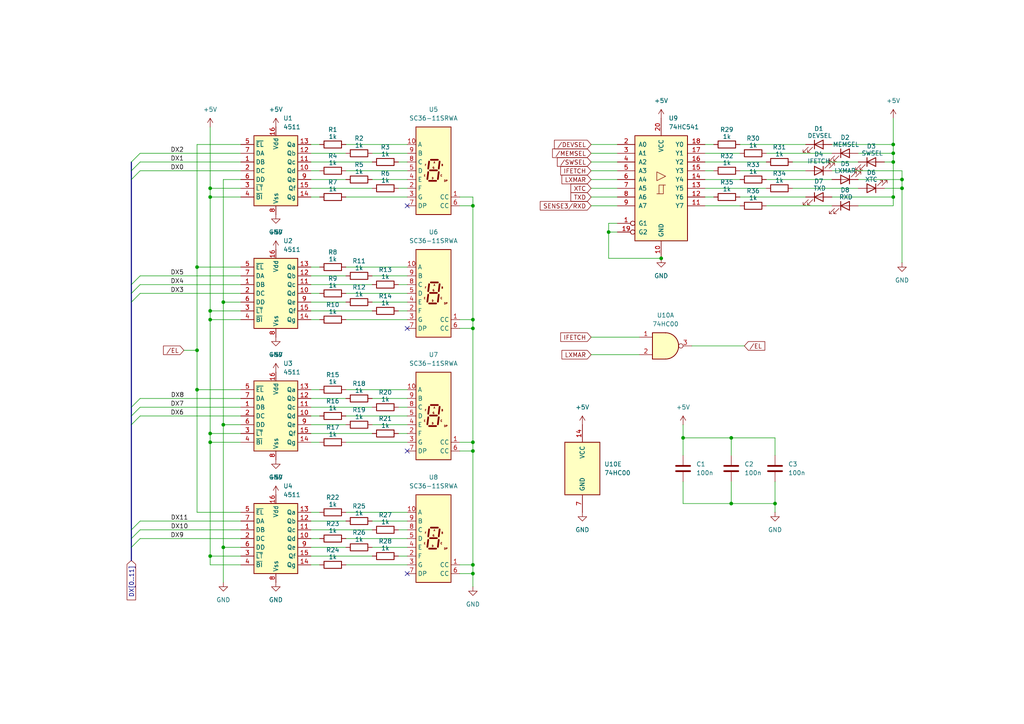
<source format=kicad_sch>
(kicad_sch (version 20250114) (generator "eeschema") (generator_version "9.0")
  (paper "A4")
  (title_block (title "IM6100 HID") (comment 1 "Display components"))
  (lib_symbols
    (symbol "4xxx_IEEE:4511"
      (property "Reference" "U" (at 8.89 11.43 0))
      (property "Value" "4511" (at 8.89 -11.43 0))
      (symbol "4511_0_1"
        (rectangle (start -6.35 10.16) (end 6.35 -10.16) (stroke (width 0.254)) (fill (type background)))
      )
      (symbol "4511_1_1"
        (pin input line (at -10.16 7.62 0) (length 3.81) (name "~{EL}") (number "5"))
        (pin input line (at -10.16 5.08 0) (length 3.81) (name "DA") (number "7"))
        (pin input line (at -10.16 2.54 0) (length 3.81) (name "DB") (number "1"))
        (pin input line (at -10.16 0 0) (length 3.81) (name "DC") (number "2"))
        (pin input line (at -10.16 -2.54 0) (length 3.81) (name "DD") (number "6"))
        (pin input line (at -10.16 -5.08 0) (length 3.81) (name "~{LT}") (number "3"))
        (pin input line (at -10.16 -7.62 0) (length 3.81) (name "~{BI}") (number "4"))
        (pin power_in line (at 0 12.7 270) (length 2.54) (name "Vdd") (number "16"))
        (pin power_in line (at 0 -12.7 90) (length 2.54) (name "Vss") (number "8"))
        (pin output line (at 10.16 7.62 180) (length 3.81) (name "Qa") (number "13"))
        (pin output line (at 10.16 5.08 180) (length 3.81) (name "Qb") (number "12"))
        (pin output line (at 10.16 2.54 180) (length 3.81) (name "Qc") (number "11"))
        (pin output line (at 10.16 0 180) (length 3.81) (name "Qd") (number "10"))
        (pin output line (at 10.16 -2.54 180) (length 3.81) (name "Qe") (number "9"))
        (pin output line (at 10.16 -5.08 180) (length 3.81) (name "Qf") (number "15"))
        (pin output line (at 10.16 -7.62 180) (length 3.81) (name "Qg") (number "14"))
      )
    )
    (symbol "74xx:74HC00" (pin_names (offset 1.016))
      (property "Reference" "U" (at 0 1.27 0))
      (property "Value" "74HC00" (at 0 -1.27 0))
      (symbol "74HC00_1_1"
        (arc (start 0 3.81) (mid 3.7934 0) (end 0 -3.81) (stroke (width 0.254)) (fill (type background)))
        (polyline (pts (xy 0 3.81) (xy -3.81 3.81) (xy -3.81 -3.81) (xy 0 -3.81)) (stroke (width 0.254)) (fill (type background)))
        (pin input line (at -7.62 2.54 0) (length 3.81) (name "~") (number "1"))
        (pin input line (at -7.62 -2.54 0) (length 3.81) (name "~") (number "2"))
        (pin output inverted (at 7.62 0 180) (length 3.81) (name "~") (number "3"))
      )
      (symbol "74HC00_1_2"
        (arc (start -3.81 3.81) (mid -2.589 0) (end -3.81 -3.81) (stroke (width 0.254)))
        (polyline (pts (xy -3.81 3.81) (xy -0.635 3.81)) (stroke (width 0.254)) (fill (type background)))
        (polyline (pts (xy -3.81 -3.81) (xy -0.635 -3.81)) (stroke (width 0.254)) (fill (type background)))
        (arc (start 3.81 0) (mid 2.1855 -2.584) (end -0.6096 -3.81) (stroke (width 0.254)) (fill (type background)))
        (arc (start -0.6096 3.81) (mid 2.1928 2.5924) (end 3.81 0) (stroke (width 0.254)) (fill (type background)))
        (polyline (pts (xy -0.635 3.81) (xy -3.81 3.81) (xy -3.81 3.81) (xy -3.556 3.4036) (xy -3.0226 2.2606) (xy -2.6924 1.0414) (xy -2.6162 -0.254) (xy -2.7686 -1.4986) (xy -3.175 -2.7178) (xy -3.81 -3.81) (xy -3.81 -3.81) (xy -0.635 -3.81)) (stroke (width -25.4)) (fill (type background)))
        (pin input inverted (at -7.62 2.54 0) (length 4.318) (name "~") (number "1"))
        (pin input inverted (at -7.62 -2.54 0) (length 4.318) (name "~") (number "2"))
        (pin output line (at 7.62 0 180) (length 3.81) (name "~") (number "3"))
      )
      (symbol "74HC00_2_1"
        (arc (start 0 3.81) (mid 3.7934 0) (end 0 -3.81) (stroke (width 0.254)) (fill (type background)))
        (polyline (pts (xy 0 3.81) (xy -3.81 3.81) (xy -3.81 -3.81) (xy 0 -3.81)) (stroke (width 0.254)) (fill (type background)))
        (pin input line (at -7.62 2.54 0) (length 3.81) (name "~") (number "4"))
        (pin input line (at -7.62 -2.54 0) (length 3.81) (name "~") (number "5"))
        (pin output inverted (at 7.62 0 180) (length 3.81) (name "~") (number "6"))
      )
      (symbol "74HC00_2_2"
        (arc (start -3.81 3.81) (mid -2.589 0) (end -3.81 -3.81) (stroke (width 0.254)))
        (polyline (pts (xy -3.81 3.81) (xy -0.635 3.81)) (stroke (width 0.254)) (fill (type background)))
        (polyline (pts (xy -3.81 -3.81) (xy -0.635 -3.81)) (stroke (width 0.254)) (fill (type background)))
        (arc (start 3.81 0) (mid 2.1855 -2.584) (end -0.6096 -3.81) (stroke (width 0.254)) (fill (type background)))
        (arc (start -0.6096 3.81) (mid 2.1928 2.5924) (end 3.81 0) (stroke (width 0.254)) (fill (type background)))
        (polyline (pts (xy -0.635 3.81) (xy -3.81 3.81) (xy -3.81 3.81) (xy -3.556 3.4036) (xy -3.0226 2.2606) (xy -2.6924 1.0414) (xy -2.6162 -0.254) (xy -2.7686 -1.4986) (xy -3.175 -2.7178) (xy -3.81 -3.81) (xy -3.81 -3.81) (xy -0.635 -3.81)) (stroke (width -25.4)) (fill (type background)))
        (pin input inverted (at -7.62 2.54 0) (length 4.318) (name "~") (number "4"))
        (pin input inverted (at -7.62 -2.54 0) (length 4.318) (name "~") (number "5"))
        (pin output line (at 7.62 0 180) (length 3.81) (name "~") (number "6"))
      )
      (symbol "74HC00_3_1"
        (arc (start 0 3.81) (mid 3.7934 0) (end 0 -3.81) (stroke (width 0.254)) (fill (type background)))
        (polyline (pts (xy 0 3.81) (xy -3.81 3.81) (xy -3.81 -3.81) (xy 0 -3.81)) (stroke (width 0.254)) (fill (type background)))
        (pin input line (at -7.62 2.54 0) (length 3.81) (name "~") (number "9"))
        (pin input line (at -7.62 -2.54 0) (length 3.81) (name "~") (number "10"))
        (pin output inverted (at 7.62 0 180) (length 3.81) (name "~") (number "8"))
      )
      (symbol "74HC00_3_2"
        (arc (start -3.81 3.81) (mid -2.589 0) (end -3.81 -3.81) (stroke (width 0.254)))
        (polyline (pts (xy -3.81 3.81) (xy -0.635 3.81)) (stroke (width 0.254)) (fill (type background)))
        (polyline (pts (xy -3.81 -3.81) (xy -0.635 -3.81)) (stroke (width 0.254)) (fill (type background)))
        (arc (start 3.81 0) (mid 2.1855 -2.584) (end -0.6096 -3.81) (stroke (width 0.254)) (fill (type background)))
        (arc (start -0.6096 3.81) (mid 2.1928 2.5924) (end 3.81 0) (stroke (width 0.254)) (fill (type background)))
        (polyline (pts (xy -0.635 3.81) (xy -3.81 3.81) (xy -3.81 3.81) (xy -3.556 3.4036) (xy -3.0226 2.2606) (xy -2.6924 1.0414) (xy -2.6162 -0.254) (xy -2.7686 -1.4986) (xy -3.175 -2.7178) (xy -3.81 -3.81) (xy -3.81 -3.81) (xy -0.635 -3.81)) (stroke (width -25.4)) (fill (type background)))
        (pin input inverted (at -7.62 2.54 0) (length 4.318) (name "~") (number "9"))
        (pin input inverted (at -7.62 -2.54 0) (length 4.318) (name "~") (number "10"))
        (pin output line (at 7.62 0 180) (length 3.81) (name "~") (number "8"))
      )
      (symbol "74HC00_4_1"
        (arc (start 0 3.81) (mid 3.7934 0) (end 0 -3.81) (stroke (width 0.254)) (fill (type background)))
        (polyline (pts (xy 0 3.81) (xy -3.81 3.81) (xy -3.81 -3.81) (xy 0 -3.81)) (stroke (width 0.254)) (fill (type background)))
        (pin input line (at -7.62 2.54 0) (length 3.81) (name "~") (number "12"))
        (pin input line (at -7.62 -2.54 0) (length 3.81) (name "~") (number "13"))
        (pin output inverted (at 7.62 0 180) (length 3.81) (name "~") (number "11"))
      )
      (symbol "74HC00_4_2"
        (arc (start -3.81 3.81) (mid -2.589 0) (end -3.81 -3.81) (stroke (width 0.254)))
        (polyline (pts (xy -3.81 3.81) (xy -0.635 3.81)) (stroke (width 0.254)) (fill (type background)))
        (polyline (pts (xy -3.81 -3.81) (xy -0.635 -3.81)) (stroke (width 0.254)) (fill (type background)))
        (arc (start 3.81 0) (mid 2.1855 -2.584) (end -0.6096 -3.81) (stroke (width 0.254)) (fill (type background)))
        (arc (start -0.6096 3.81) (mid 2.1928 2.5924) (end 3.81 0) (stroke (width 0.254)) (fill (type background)))
        (polyline (pts (xy -0.635 3.81) (xy -3.81 3.81) (xy -3.81 3.81) (xy -3.556 3.4036) (xy -3.0226 2.2606) (xy -2.6924 1.0414) (xy -2.6162 -0.254) (xy -2.7686 -1.4986) (xy -3.175 -2.7178) (xy -3.81 -3.81) (xy -3.81 -3.81) (xy -0.635 -3.81)) (stroke (width -25.4)) (fill (type background)))
        (pin input inverted (at -7.62 2.54 0) (length 4.318) (name "~") (number "12"))
        (pin input inverted (at -7.62 -2.54 0) (length 4.318) (name "~") (number "13"))
        (pin output line (at 7.62 0 180) (length 3.81) (name "~") (number "11"))
      )
      (symbol "74HC00_5_0"
        (pin power_in line (at 0 12.7 270) (length 5.08) (name "VCC") (number "14"))
        (pin power_in line (at 0 -12.7 90) (length 5.08) (name "GND") (number "7"))
      )
      (symbol "74HC00_5_1"
        (rectangle (start -5.08 7.62) (end 5.08 -7.62) (stroke (width 0.254)) (fill (type background)))
      )
    )
    (symbol "74xx:74HCT541" (pin_names (offset 1.016))
      (property "Reference" "U" (at -7.62 16.51 0))
      (property "Value" "74HCT541" (at -7.62 -16.51 0))
      (symbol "74HCT541_1_0"
        (polyline (pts (xy -1.27 -1.6002) (xy 0.635 -1.6002) (xy 0.635 0.9398) (xy 1.27 0.9398)))
        (polyline (pts (xy -0.635 -1.6002) (xy -0.635 0.9398) (xy 0.635 0.9398)))
        (polyline (pts (xy 1.27 3.4798) (xy -1.27 4.7498) (xy -1.27 2.2098) (xy 1.27 3.4798)) (stroke (width 0.1524)))
        (pin input line (at -12.7 12.7 0) (length 5.08) (name "A0") (number "2"))
        (pin input line (at -12.7 10.16 0) (length 5.08) (name "A1") (number "3"))
        (pin input line (at -12.7 7.62 0) (length 5.08) (name "A2") (number "4"))
        (pin input line (at -12.7 5.08 0) (length 5.08) (name "A3") (number "5"))
        (pin input line (at -12.7 2.54 0) (length 5.08) (name "A4") (number "6"))
        (pin input line (at -12.7 0 0) (length 5.08) (name "A5") (number "7"))
        (pin input line (at -12.7 -2.54 0) (length 5.08) (name "A6") (number "8"))
        (pin input line (at -12.7 -5.08 0) (length 5.08) (name "A7") (number "9"))
        (pin input inverted (at -12.7 -10.16 0) (length 5.08) (name "G1") (number "1"))
        (pin input inverted (at -12.7 -12.7 0) (length 5.08) (name "G2") (number "19"))
        (pin power_in line (at 0 20.32 270) (length 5.08) (name "VCC") (number "20"))
        (pin power_in line (at 0 -20.32 90) (length 5.08) (name "GND") (number "10"))
        (pin tri_state line (at 12.7 12.7 180) (length 5.08) (name "Y0") (number "18"))
        (pin tri_state line (at 12.7 10.16 180) (length 5.08) (name "Y1") (number "17"))
        (pin tri_state line (at 12.7 7.62 180) (length 5.08) (name "Y2") (number "16"))
        (pin tri_state line (at 12.7 5.08 180) (length 5.08) (name "Y3") (number "15"))
        (pin tri_state line (at 12.7 2.54 180) (length 5.08) (name "Y4") (number "14"))
        (pin tri_state line (at 12.7 0 180) (length 5.08) (name "Y5") (number "13"))
        (pin tri_state line (at 12.7 -2.54 180) (length 5.08) (name "Y6") (number "12"))
        (pin tri_state line (at 12.7 -5.08 180) (length 5.08) (name "Y7") (number "11"))
      )
      (symbol "74HCT541_1_1"
        (rectangle (start -7.62 15.24) (end 7.62 -15.24) (stroke (width 0.254)) (fill (type background)))
      )
    )
    (symbol "Device:C" (pin_numbers (hide yes)) (pin_names (offset 0.254))
      (property "Reference" "C" (at 0.635 2.54 0))
      (property "Value" "C" (at 0.635 -2.54 0))
      (symbol "C_0_1"
        (polyline (pts (xy -2.032 0.762) (xy 2.032 0.762)) (stroke (width 0.508)))
        (polyline (pts (xy -2.032 -0.762) (xy 2.032 -0.762)) (stroke (width 0.508)))
      )
      (symbol "C_1_1"
        (pin passive line (at 0 3.81 270) (length 2.794) (name "~") (number "1"))
        (pin passive line (at 0 -3.81 90) (length 2.794) (name "~") (number "2"))
      )
    )
    (symbol "Device:LED" (pin_numbers (hide yes)) (pin_names (offset 1.016) (hide yes))
      (property "Reference" "D" (at 0 2.54 0))
      (property "Value" "LED" (at 0 -2.54 0))
      (symbol "LED_0_1"
        (polyline (pts (xy -3.048 -0.762) (xy -4.572 -2.286) (xy -3.81 -2.286) (xy -4.572 -2.286) (xy -4.572 -1.524)))
        (polyline (pts (xy -1.778 -0.762) (xy -3.302 -2.286) (xy -2.54 -2.286) (xy -3.302 -2.286) (xy -3.302 -1.524)))
        (polyline (pts (xy -1.27 0) (xy 1.27 0)))
        (polyline (pts (xy -1.27 -1.27) (xy -1.27 1.27)) (stroke (width 0.254)))
        (polyline (pts (xy 1.27 -1.27) (xy 1.27 1.27) (xy -1.27 0) (xy 1.27 -1.27)) (stroke (width 0.254)))
      )
      (symbol "LED_1_1"
        (pin passive line (at -3.81 0 0) (length 2.54) (name "K") (number "1"))
        (pin passive line (at 3.81 0 180) (length 2.54) (name "A") (number "2"))
      )
    )
    (symbol "Device:R" (pin_numbers (hide yes)) (pin_names (offset 0))
      (property "Reference" "R" (at 2.032 0 90))
      (property "Value" "R" (at 0 0 90))
      (symbol "R_0_1"
        (rectangle (start -1.016 -2.54) (end 1.016 2.54) (stroke (width 0.254)))
      )
      (symbol "R_1_1"
        (pin passive line (at 0 3.81 270) (length 1.27) (name "~") (number "1"))
        (pin passive line (at 0 -3.81 90) (length 1.27) (name "~") (number "2"))
      )
    )
    (symbol "Display_Character:HDSP-7503"
      (property "Reference" "U" (at -3.81 13.97 0))
      (property "Value" "HDSP-7503" (at 6.35 13.97 0))
      (symbol "HDSP-7503_1_0"
        (text "E" (at -2.54 -1.397 0) (effects (font (size 0.508 0.508))))
        (text "F" (at -2.286 1.651 0) (effects (font (size 0.508 0.508))))
        (text "D" (at -0.254 -2.159 0) (effects (font (size 0.508 0.508))))
        (text "G" (at 0 0.889 0) (effects (font (size 0.508 0.508))))
        (text "A" (at 0.254 2.413 0) (effects (font (size 0.508 0.508))))
        (text "C" (at 2.286 -1.397 0) (effects (font (size 0.508 0.508))))
        (text "B" (at 2.54 1.651 0) (effects (font (size 0.508 0.508))))
        (text "DP" (at 3.556 -2.921 0) (effects (font (size 0.508 0.508))))
      )
      (symbol "HDSP-7503_1_1"
        (rectangle (start -5.08 12.7) (end 5.08 -12.7) (stroke (width 0.254)) (fill (type background)))
        (polyline (pts (xy -1.524 -0.381) (xy -1.778 -2.413)) (stroke (width 0.508)))
        (polyline (pts (xy -1.27 2.667) (xy -1.524 0.635)) (stroke (width 0.508)))
        (polyline (pts (xy -1.27 -2.921) (xy 0.762 -2.921)) (stroke (width 0.508)))
        (polyline (pts (xy -1.016 0.127) (xy 1.016 0.127)) (stroke (width 0.508)))
        (polyline (pts (xy -0.762 3.175) (xy 1.27 3.175)) (stroke (width 0.508)))
        (polyline (pts (xy 1.524 -0.381) (xy 1.27 -2.413)) (stroke (width 0.508)))
        (polyline (pts (xy 1.778 2.667) (xy 1.524 0.635)) (stroke (width 0.508)))
        (polyline (pts (xy 2.54 -2.921) (xy 2.54 -2.921)) (stroke (width 0.508)))
        (pin input line (at -7.62 7.62 0) (length 2.54) (name "A") (number "10"))
        (pin input line (at -7.62 5.08 0) (length 2.54) (name "B") (number "9"))
        (pin input line (at -7.62 2.54 0) (length 2.54) (name "C") (number "8"))
        (pin input line (at -7.62 0 0) (length 2.54) (name "D") (number "5"))
        (pin input line (at -7.62 -2.54 0) (length 2.54) (name "E") (number "4"))
        (pin input line (at -7.62 -5.08 0) (length 2.54) (name "F") (number "2"))
        (pin input line (at -7.62 -7.62 0) (length 2.54) (name "G") (number "3"))
        (pin input line (at -7.62 -10.16 0) (length 2.54) (name "DP") (number "7"))
        (pin input line (at 7.62 -7.62 180) (length 2.54) (name "CC") (number "1"))
        (pin input line (at 7.62 -10.16 180) (length 2.54) (name "CC") (number "6"))
      )
    )
    (symbol "power:+5V" (power) (pin_numbers (hide yes)) (pin_names (offset 0) (hide yes))
      (property "Value" "+5V" (at 0 3.556 0))
      (symbol "+5V_0_1"
        (polyline (pts (xy -0.762 1.27) (xy 0 2.54)))
        (polyline (pts (xy 0 2.54) (xy 0.762 1.27)))
        (polyline (pts (xy 0 0) (xy 0 2.54)))
      )
      (symbol "+5V_1_1"
        (pin power_in line (at 0 0 90) (length 0) (name "~") (number "1"))
      )
    )
    (symbol "power:GND" (power) (pin_numbers (hide yes)) (pin_names (offset 0) (hide yes))
      (property "Value" "GND" (at 0 -3.81 0))
      (symbol "GND_0_1"
        (polyline (pts (xy 0 0) (xy 0 -1.27) (xy 1.27 -1.27) (xy 0 -2.54) (xy -1.27 -1.27) (xy 0 -1.27)))
      )
      (symbol "GND_1_1"
        (pin power_in line (at 0 0 270) (length 0) (name "~") (number "1"))
      )
    )
  )
  (junction (at 212.09 127))
  (junction (at 176.53 67.31))
  (junction (at 60.96 125.73))
  (junction (at 259.08 46.99))
  (junction (at 198.12 127))
  (junction (at 60.96 128.27))
  (junction (at 57.15 101.6))
  (junction (at 137.16 95.25))
  (junction (at 212.09 146.05))
  (junction (at 191.77 74.93))
  (junction (at 224.79 146.05))
  (junction (at 64.77 87.63))
  (junction (at 60.96 57.15))
  (junction (at 137.16 166.37))
  (junction (at 60.96 54.61))
  (junction (at 137.16 163.83))
  (junction (at 137.16 92.71))
  (junction (at 57.15 77.47))
  (junction (at 57.15 113.03))
  (junction (at 64.77 123.19))
  (junction (at 259.08 44.45))
  (junction (at 60.96 90.17))
  (junction (at 261.62 54.61))
  (junction (at 259.08 57.15))
  (junction (at 261.62 52.07))
  (junction (at 64.77 158.75))
  (junction (at 259.08 41.91))
  (junction (at 137.16 128.27))
  (junction (at 60.96 92.71))
  (junction (at 60.96 161.29))
  (junction (at 137.16 130.81))
  (junction (at 137.16 59.69))
  (no_connect (at 118.11 95.25))
  (no_connect (at 118.11 166.37))
  (no_connect (at 118.11 59.69))
  (no_connect (at 118.11 130.81))
  (bus_entry (at 38.1 123.19) (size 2.54 -2.54))
  (bus_entry (at 38.1 153.67) (size 2.54 -2.54))
  (bus_entry (at 38.1 118.11) (size 2.54 -2.54))
  (bus_entry (at 38.1 87.63) (size 2.54 -2.54))
  (bus_entry (at 38.1 49.53) (size 2.54 -2.54))
  (bus_entry (at 38.1 120.65) (size 2.54 -2.54))
  (bus_entry (at 38.1 158.75) (size 2.54 -2.54))
  (bus_entry (at 38.1 46.99) (size 2.54 -2.54))
  (bus_entry (at 38.1 82.55) (size 2.54 -2.54))
  (bus_entry (at 38.1 52.07) (size 2.54 -2.54))
  (bus_entry (at 38.1 156.21) (size 2.54 -2.54))
  (bus_entry (at 38.1 85.09) (size 2.54 -2.54))
  (wire (pts (xy 60.96 57.15) (xy 60.96 90.17)))
  (wire (pts (xy 204.47 59.69) (xy 214.63 59.69)))
  (wire (pts (xy 90.17 41.91) (xy 92.71 41.91)))
  (wire (pts (xy 133.35 163.83) (xy 137.16 163.83)))
  (wire (pts (xy 107.95 115.57) (xy 118.11 115.57)))
  (wire (pts (xy 137.16 130.81) (xy 137.16 128.27)))
  (bus (pts (xy 38.1 87.63) (xy 38.1 118.11)))
  (wire (pts (xy 60.96 92.71) (xy 60.96 125.73)))
  (wire (pts (xy 107.95 151.13) (xy 118.11 151.13)))
  (wire (pts (xy 57.15 101.6) (xy 57.15 113.03)))
  (wire (pts (xy 115.57 125.73) (xy 118.11 125.73)))
  (wire (pts (xy 90.17 125.73) (xy 107.95 125.73)))
  (wire (pts (xy 60.96 90.17) (xy 69.85 90.17)))
  (wire (pts (xy 57.15 113.03) (xy 69.85 113.03)))
  (wire (pts (xy 64.77 158.75) (xy 64.77 123.19)))
  (wire (pts (xy 90.17 163.83) (xy 92.71 163.83)))
  (wire (pts (xy 100.33 163.83) (xy 118.11 163.83)))
  (wire (pts (xy 90.17 115.57) (xy 100.33 115.57)))
  (wire (pts (xy 90.17 113.03) (xy 92.71 113.03)))
  (wire (pts (xy 241.3 41.91) (xy 259.08 41.91)))
  (wire (pts (xy 100.33 57.15) (xy 118.11 57.15)))
  (bus (pts (xy 38.1 123.19) (xy 38.1 153.67)))
  (wire (pts (xy 171.45 49.53) (xy 179.07 49.53)))
  (bus (pts (xy 38.1 46.99) (xy 38.1 49.53)))
  (wire (pts (xy 40.64 80.01) (xy 69.85 80.01)))
  (wire (pts (xy 115.57 118.11) (xy 118.11 118.11)))
  (wire (pts (xy 214.63 57.15) (xy 233.68 57.15)))
  (wire (pts (xy 90.17 77.47) (xy 92.71 77.47)))
  (wire (pts (xy 90.17 80.01) (xy 100.33 80.01)))
  (wire (pts (xy 90.17 153.67) (xy 107.95 153.67)))
  (wire (pts (xy 90.17 120.65) (xy 92.71 120.65)))
  (wire (pts (xy 90.17 90.17) (xy 107.95 90.17)))
  (wire (pts (xy 204.47 57.15) (xy 207.01 57.15)))
  (wire (pts (xy 64.77 87.63) (xy 64.77 52.07)))
  (wire (pts (xy 60.96 161.29) (xy 69.85 161.29)))
  (wire (pts (xy 212.09 127) (xy 224.79 127)))
  (wire (pts (xy 115.57 82.55) (xy 118.11 82.55)))
  (wire (pts (xy 40.64 153.67) (xy 69.85 153.67)))
  (wire (pts (xy 90.17 82.55) (xy 107.95 82.55)))
  (wire (pts (xy 259.08 34.29) (xy 259.08 41.91)))
  (wire (pts (xy 57.15 77.47) (xy 57.15 101.6)))
  (wire (pts (xy 176.53 67.31) (xy 176.53 64.77)))
  (wire (pts (xy 90.17 52.07) (xy 100.33 52.07)))
  (wire (pts (xy 40.64 156.21) (xy 69.85 156.21)))
  (wire (pts (xy 137.16 59.69) (xy 137.16 57.15)))
  (wire (pts (xy 171.45 97.79) (xy 185.42 97.79)))
  (wire (pts (xy 100.33 49.53) (xy 118.11 49.53)))
  (wire (pts (xy 40.64 85.09) (xy 69.85 85.09)))
  (wire (pts (xy 115.57 54.61) (xy 118.11 54.61)))
  (wire (pts (xy 115.57 161.29) (xy 118.11 161.29)))
  (wire (pts (xy 241.3 57.15) (xy 259.08 57.15)))
  (wire (pts (xy 137.16 166.37) (xy 137.16 163.83)))
  (wire (pts (xy 171.45 44.45) (xy 179.07 44.45)))
  (wire (pts (xy 60.96 125.73) (xy 69.85 125.73)))
  (wire (pts (xy 137.16 95.25) (xy 137.16 92.71)))
  (wire (pts (xy 40.64 44.45) (xy 69.85 44.45)))
  (wire (pts (xy 40.64 49.53) (xy 69.85 49.53)))
  (wire (pts (xy 107.95 158.75) (xy 118.11 158.75)))
  (wire (pts (xy 204.47 54.61) (xy 222.25 54.61)))
  (wire (pts (xy 259.08 41.91) (xy 259.08 44.45)))
  (wire (pts (xy 90.17 156.21) (xy 92.71 156.21)))
  (wire (pts (xy 60.96 54.61) (xy 60.96 57.15)))
  (wire (pts (xy 229.87 54.61) (xy 248.92 54.61)))
  (wire (pts (xy 100.33 113.03) (xy 118.11 113.03)))
  (wire (pts (xy 90.17 57.15) (xy 92.71 57.15)))
  (wire (pts (xy 90.17 128.27) (xy 92.71 128.27)))
  (wire (pts (xy 100.33 128.27) (xy 118.11 128.27)))
  (wire (pts (xy 204.47 49.53) (xy 207.01 49.53)))
  (wire (pts (xy 259.08 59.69) (xy 248.92 59.69)))
  (wire (pts (xy 40.64 115.57) (xy 69.85 115.57)))
  (wire (pts (xy 100.33 77.47) (xy 118.11 77.47)))
  (wire (pts (xy 100.33 85.09) (xy 118.11 85.09)))
  (wire (pts (xy 90.17 92.71) (xy 92.71 92.71)))
  (wire (pts (xy 204.47 41.91) (xy 207.01 41.91)))
  (wire (pts (xy 40.64 120.65) (xy 69.85 120.65)))
  (wire (pts (xy 200.66 100.33) (xy 215.9 100.33)))
  (wire (pts (xy 198.12 127) (xy 198.12 132.08)))
  (wire (pts (xy 248.92 44.45) (xy 259.08 44.45)))
  (wire (pts (xy 40.64 46.99) (xy 69.85 46.99)))
  (wire (pts (xy 137.16 92.71) (xy 137.16 59.69)))
  (wire (pts (xy 57.15 77.47) (xy 69.85 77.47)))
  (wire (pts (xy 90.17 158.75) (xy 100.33 158.75)))
  (wire (pts (xy 137.16 128.27) (xy 137.16 95.25)))
  (wire (pts (xy 198.12 123.19) (xy 198.12 127)))
  (wire (pts (xy 133.35 130.81) (xy 137.16 130.81)))
  (wire (pts (xy 261.62 52.07) (xy 261.62 49.53)))
  (wire (pts (xy 248.92 52.07) (xy 261.62 52.07)))
  (wire (pts (xy 107.95 52.07) (xy 118.11 52.07)))
  (wire (pts (xy 256.54 54.61) (xy 261.62 54.61)))
  (wire (pts (xy 133.35 59.69) (xy 137.16 59.69)))
  (wire (pts (xy 204.47 46.99) (xy 222.25 46.99)))
  (wire (pts (xy 261.62 54.61) (xy 261.62 52.07)))
  (wire (pts (xy 214.63 41.91) (xy 233.68 41.91)))
  (wire (pts (xy 90.17 151.13) (xy 100.33 151.13)))
  (wire (pts (xy 90.17 87.63) (xy 100.33 87.63)))
  (wire (pts (xy 171.45 41.91) (xy 179.07 41.91)))
  (wire (pts (xy 100.33 156.21) (xy 118.11 156.21)))
  (wire (pts (xy 212.09 146.05) (xy 224.79 146.05)))
  (wire (pts (xy 176.53 67.31) (xy 179.07 67.31)))
  (wire (pts (xy 176.53 74.93) (xy 176.53 67.31)))
  (wire (pts (xy 133.35 95.25) (xy 137.16 95.25)))
  (wire (pts (xy 90.17 44.45) (xy 100.33 44.45)))
  (wire (pts (xy 133.35 166.37) (xy 137.16 166.37)))
  (wire (pts (xy 198.12 127) (xy 212.09 127)))
  (wire (pts (xy 137.16 170.18) (xy 137.16 166.37)))
  (wire (pts (xy 107.95 80.01) (xy 118.11 80.01)))
  (wire (pts (xy 40.64 151.13) (xy 69.85 151.13)))
  (wire (pts (xy 100.33 92.71) (xy 118.11 92.71)))
  (wire (pts (xy 57.15 148.59) (xy 69.85 148.59)))
  (wire (pts (xy 64.77 52.07) (xy 69.85 52.07)))
  (wire (pts (xy 90.17 49.53) (xy 92.71 49.53)))
  (wire (pts (xy 256.54 46.99) (xy 259.08 46.99)))
  (wire (pts (xy 64.77 158.75) (xy 69.85 158.75)))
  (wire (pts (xy 60.96 163.83) (xy 69.85 163.83)))
  (wire (pts (xy 115.57 90.17) (xy 118.11 90.17)))
  (wire (pts (xy 60.96 125.73) (xy 60.96 128.27)))
  (wire (pts (xy 229.87 46.99) (xy 248.92 46.99)))
  (bus (pts (xy 38.1 153.67) (xy 38.1 156.21)))
  (wire (pts (xy 57.15 113.03) (xy 57.15 148.59)))
  (wire (pts (xy 100.33 120.65) (xy 118.11 120.65)))
  (wire (pts (xy 64.77 87.63) (xy 69.85 87.63)))
  (bus (pts (xy 38.1 120.65) (xy 38.1 123.19)))
  (bus (pts (xy 38.1 156.21) (xy 38.1 158.75)))
  (wire (pts (xy 171.45 57.15) (xy 179.07 57.15)))
  (wire (pts (xy 100.33 41.91) (xy 118.11 41.91)))
  (wire (pts (xy 60.96 161.29) (xy 60.96 163.83)))
  (wire (pts (xy 212.09 127) (xy 212.09 132.08)))
  (wire (pts (xy 40.64 118.11) (xy 69.85 118.11)))
  (wire (pts (xy 259.08 46.99) (xy 259.08 57.15)))
  (wire (pts (xy 222.25 52.07) (xy 241.3 52.07)))
  (bus (pts (xy 38.1 82.55) (xy 38.1 85.09)))
  (wire (pts (xy 107.95 87.63) (xy 118.11 87.63)))
  (wire (pts (xy 40.64 82.55) (xy 69.85 82.55)))
  (wire (pts (xy 100.33 148.59) (xy 118.11 148.59)))
  (wire (pts (xy 224.79 146.05) (xy 224.79 148.59)))
  (wire (pts (xy 60.96 54.61) (xy 69.85 54.61)))
  (wire (pts (xy 64.77 123.19) (xy 64.77 87.63)))
  (wire (pts (xy 90.17 123.19) (xy 100.33 123.19)))
  (wire (pts (xy 60.96 57.15) (xy 69.85 57.15)))
  (wire (pts (xy 90.17 161.29) (xy 107.95 161.29)))
  (wire (pts (xy 115.57 153.67) (xy 118.11 153.67)))
  (wire (pts (xy 261.62 49.53) (xy 241.3 49.53)))
  (wire (pts (xy 171.45 59.69) (xy 179.07 59.69)))
  (wire (pts (xy 191.77 74.93) (xy 176.53 74.93)))
  (bus (pts (xy 38.1 158.75) (xy 38.1 162.56)))
  (wire (pts (xy 53.34 101.6) (xy 57.15 101.6)))
  (wire (pts (xy 204.47 52.07) (xy 214.63 52.07)))
  (wire (pts (xy 261.62 76.2) (xy 261.62 54.61)))
  (wire (pts (xy 107.95 44.45) (xy 118.11 44.45)))
  (wire (pts (xy 57.15 41.91) (xy 57.15 77.47)))
  (wire (pts (xy 60.96 128.27) (xy 60.96 161.29)))
  (wire (pts (xy 171.45 102.87) (xy 185.42 102.87)))
  (wire (pts (xy 69.85 41.91) (xy 57.15 41.91)))
  (wire (pts (xy 60.96 128.27) (xy 69.85 128.27)))
  (wire (pts (xy 198.12 139.7) (xy 198.12 146.05)))
  (wire (pts (xy 60.96 90.17) (xy 60.96 92.71)))
  (wire (pts (xy 137.16 57.15) (xy 133.35 57.15)))
  (wire (pts (xy 259.08 44.45) (xy 259.08 46.99)))
  (wire (pts (xy 171.45 46.99) (xy 179.07 46.99)))
  (wire (pts (xy 137.16 163.83) (xy 137.16 130.81)))
  (wire (pts (xy 115.57 46.99) (xy 118.11 46.99)))
  (wire (pts (xy 222.25 59.69) (xy 241.3 59.69)))
  (wire (pts (xy 259.08 57.15) (xy 259.08 59.69)))
  (wire (pts (xy 212.09 139.7) (xy 212.09 146.05)))
  (bus (pts (xy 38.1 118.11) (xy 38.1 120.65)))
  (wire (pts (xy 90.17 148.59) (xy 92.71 148.59)))
  (bus (pts (xy 38.1 85.09) (xy 38.1 87.63)))
  (wire (pts (xy 133.35 128.27) (xy 137.16 128.27)))
  (wire (pts (xy 224.79 146.05) (xy 224.79 139.7)))
  (bus (pts (xy 38.1 49.53) (xy 38.1 52.07)))
  (wire (pts (xy 176.53 64.77) (xy 179.07 64.77)))
  (wire (pts (xy 204.47 44.45) (xy 214.63 44.45)))
  (wire (pts (xy 64.77 123.19) (xy 69.85 123.19)))
  (wire (pts (xy 60.96 36.83) (xy 60.96 54.61)))
  (wire (pts (xy 90.17 54.61) (xy 107.95 54.61)))
  (wire (pts (xy 133.35 92.71) (xy 137.16 92.71)))
  (wire (pts (xy 214.63 49.53) (xy 233.68 49.53)))
  (wire (pts (xy 107.95 123.19) (xy 118.11 123.19)))
  (wire (pts (xy 171.45 54.61) (xy 179.07 54.61)))
  (wire (pts (xy 64.77 168.91) (xy 64.77 158.75)))
  (wire (pts (xy 90.17 118.11) (xy 107.95 118.11)))
  (wire (pts (xy 222.25 44.45) (xy 241.3 44.45)))
  (bus (pts (xy 38.1 52.07) (xy 38.1 82.55)))
  (wire (pts (xy 90.17 46.99) (xy 107.95 46.99)))
  (wire (pts (xy 171.45 52.07) (xy 179.07 52.07)))
  (wire (pts (xy 224.79 127) (xy 224.79 132.08)))
  (wire (pts (xy 198.12 146.05) (xy 212.09 146.05)))
  (wire (pts (xy 90.17 85.09) (xy 92.71 85.09)))
  (wire (pts (xy 60.96 92.71) (xy 69.85 92.71)))
  (label "DX9" (at 53.34 156.21 180))
  (label "DX0" (at 53.34 49.53 180))
  (label "DX2" (at 53.34 44.45 180))
  (label "DX4" (at 53.34 82.55 180))
  (label "DX1" (at 53.34 46.99 180))
  (label "DX10" (at 54.61 153.67 180))
  (label "DX5" (at 53.34 80.01 180))
  (label "DX3" (at 53.34 85.09 180))
  (label "DX8" (at 49.53 115.57 0))
  (label "DX6" (at 53.34 120.65 180))
  (label "DX11" (at 54.61 151.13 180))
  (label "DX7" (at 53.34 118.11 180))
  (global_label "XTC" (shape input) (at 171.45 54.61 180) (property "Intersheetrefs" "${INTERSHEET_REFS}" (effects (hide yes))))
  (global_label "{slash}EL" (shape input) (at 53.34 101.6 180) (property "Intersheetrefs" "${INTERSHEET_REFS}" (effects (hide yes))))
  (global_label "LXMAR" (shape input) (at 171.45 102.87 180) (property "Intersheetrefs" "${INTERSHEET_REFS}" (effects (hide yes))))
  (global_label "DX[0..11]" (shape input) (at 38.1 162.56 270) (property "Intersheetrefs" "${INTERSHEET_REFS}" (effects (hide yes))))
  (global_label "LXMAR" (shape input) (at 171.45 52.07 180) (property "Intersheetrefs" "${INTERSHEET_REFS}" (effects (hide yes))))
  (global_label "{slash}DEVSEL" (shape input) (at 171.45 41.91 180) (property "Intersheetrefs" "${INTERSHEET_REFS}" (effects (hide yes))))
  (global_label "TXD" (shape input) (at 171.45 57.15 180) (property "Intersheetrefs" "${INTERSHEET_REFS}" (effects (hide yes))))
  (global_label "{slash}MEMSEL" (shape input) (at 171.45 44.45 180) (property "Intersheetrefs" "${INTERSHEET_REFS}" (effects (hide yes))))
  (global_label "{slash}SWSEL" (shape input) (at 171.45 46.99 180) (property "Intersheetrefs" "${INTERSHEET_REFS}" (effects (hide yes))))
  (global_label "IFETCH" (shape input) (at 171.45 49.53 180) (property "Intersheetrefs" "${INTERSHEET_REFS}" (effects (hide yes))))
  (global_label "IFETCH" (shape input) (at 171.45 97.79 180) (property "Intersheetrefs" "${INTERSHEET_REFS}" (effects (hide yes))))
  (global_label "SENSE3{slash}RXD" (shape input) (at 171.45 59.69 180) (property "Intersheetrefs" "${INTERSHEET_REFS}" (effects (hide yes))))
  (global_label "{slash}EL" (shape input) (at 215.9 100.33 0) (property "Intersheetrefs" "${INTERSHEET_REFS}" (effects (hide yes))))
  (symbol (lib_id "Device:R") (at 96.52 92.71 90) (unit 1)
    (property "Reference" "R10" (at 96.52 88.392 90))
    (property "Value" "1k" (at 96.52 90.424 90))
    (property "Footprint" "Resistor_SMD:R_0805_2012Metric" (effects (hide yes)))
    (property "Description" "Resistor" (effects (hide yes)))
  )
  (symbol (lib_id "power:GND") (at 137.16 170.18 0) (unit 1)
    (property "Reference" "#PWR041" (effects (hide yes)))
    (property "Value" "GND" (at 137.16 175.26 0))
    (property "Description" "Power symbol creates a global label with name \"GND\" , ground" (effects (hide yes)))
  )
  (symbol (lib_id "Device:R") (at 111.76 54.61 90) (unit 1)
    (property "Reference" "R6" (at 111.76 50.292 90))
    (property "Value" "1k" (at 111.76 52.324 90))
    (property "Footprint" "Resistor_SMD:R_0805_2012Metric" (effects (hide yes)))
    (property "Description" "Resistor" (effects (hide yes)))
  )
  (symbol (lib_id "power:GND") (at 80.01 168.91 0) (unit 1)
    (property "Reference" "#PWR042" (effects (hide yes)))
    (property "Value" "GND" (at 80.01 173.99 0))
    (property "Description" "Power symbol creates a global label with name \"GND\" , ground" (effects (hide yes)))
  )
  (symbol (lib_id "Device:R") (at 96.52 163.83 90) (unit 1)
    (property "Reference" "R24" (at 96.52 159.512 90))
    (property "Value" "1k" (at 96.52 161.544 90))
    (property "Footprint" "Resistor_SMD:R_0805_2012Metric" (effects (hide yes)))
    (property "Description" "Resistor" (effects (hide yes)))
  )
  (symbol (lib_id "Device:R") (at 111.76 82.55 90) (unit 1)
    (property "Reference" "R13" (at 111.76 78.232 90))
    (property "Value" "1k" (at 111.76 80.264 90))
    (property "Footprint" "Resistor_SMD:R_0805_2012Metric" (effects (hide yes)))
    (property "Description" "Resistor" (effects (hide yes)))
  )
  (symbol (lib_id "4xxx_IEEE:4511") (at 80.01 156.21 0) (unit 1)
    (property "Reference" "U4" (at 82.1533 140.97 0) (effects (justify left)))
    (property "Value" "4511" (at 82.1533 143.51 0) (effects (justify left)))
    (property "Footprint" "Package_SO:SO-16_3.9x9.9mm_P1.27mm" (effects (hide yes)))
  )
  (symbol (lib_id "Device:R") (at 210.82 41.91 90) (unit 1)
    (property "Reference" "R29" (at 210.82 37.592 90))
    (property "Value" "1k" (at 210.82 39.624 90))
    (property "Footprint" "Resistor_SMD:R_0805_2012Metric" (effects (hide yes)))
    (property "Description" "Resistor" (effects (hide yes)))
  )
  (symbol (lib_id "Device:R") (at 104.14 115.57 90) (unit 1)
    (property "Reference" "R18" (at 104.14 111.252 90))
    (property "Value" "1k" (at 104.14 113.284 90))
    (property "Footprint" "Resistor_SMD:R_0805_2012Metric" (effects (hide yes)))
    (property "Description" "Resistor" (effects (hide yes)))
  )
  (symbol (lib_id "Device:R") (at 111.76 153.67 90) (unit 1)
    (property "Reference" "R27" (at 111.76 149.352 90))
    (property "Value" "1k" (at 111.76 151.384 90))
    (property "Footprint" "Resistor_SMD:R_0805_2012Metric" (effects (hide yes)))
    (property "Description" "Resistor" (effects (hide yes)))
  )
  (symbol (lib_id "Device:R") (at 218.44 52.07 90) (unit 1)
    (property "Reference" "R33" (at 218.44 47.752 90))
    (property "Value" "1k" (at 218.44 49.784 90))
    (property "Footprint" "Resistor_SMD:R_0805_2012Metric" (effects (hide yes)))
    (property "Description" "Resistor" (effects (hide yes)))
  )
  (symbol (lib_id "Device:R") (at 96.52 85.09 90) (unit 1)
    (property "Reference" "R9" (at 96.52 80.772 90))
    (property "Value" "1k" (at 96.52 82.804 90))
    (property "Footprint" "Resistor_SMD:R_0805_2012Metric" (effects (hide yes)))
    (property "Description" "Resistor" (effects (hide yes)))
  )
  (symbol (lib_id "74xx:74HC00") (at 168.91 135.89 0) (unit 5)
    (property "Reference" "U10" (at 175.26 134.6199 0) (effects (justify left)))
    (property "Value" "74HC00" (at 175.26 137.1599 0) (effects (justify left)))
    (property "Footprint" "Package_SO:SO-14_3.9x8.65mm_P1.27mm" (effects (hide yes)))
    (property "Datasheet" "http://www.ti.com/lit/gpn/sn74hc00" (effects (hide yes)))
    (property "Description" "quad 2-input NAND gate" (effects (hide yes)))
  )
  (symbol (lib_id "Device:R") (at 111.76 161.29 90) (unit 1)
    (property "Reference" "R28" (at 111.76 156.972 90))
    (property "Value" "1k" (at 111.76 159.004 90))
    (property "Footprint" "Resistor_SMD:R_0805_2012Metric" (effects (hide yes)))
    (property "Description" "Resistor" (effects (hide yes)))
  )
  (symbol (lib_id "Device:R") (at 96.52 128.27 90) (unit 1)
    (property "Reference" "R17" (at 96.52 123.952 90))
    (property "Value" "1k" (at 96.52 125.984 90))
    (property "Footprint" "Resistor_SMD:R_0805_2012Metric" (effects (hide yes)))
    (property "Description" "Resistor" (effects (hide yes)))
  )
  (symbol (lib_id "Device:LED") (at 245.11 44.45 0) (unit 1)
    (property "Reference" "D2" (at 245.11 39.878 0))
    (property "Value" "MEMSEL" (at 245.364 41.91 0))
    (property "Footprint" "LED_SMD:LED_1206_3216Metric" (effects (hide yes)))
    (property "Description" "Light emitting diode" (effects (hide yes)))
    (property "Sim.Pins" "1=K 2=A" (effects (hide yes)))
  )
  (symbol (lib_id "Device:LED") (at 245.11 52.07 180) (unit 1)
    (property "Reference" "D5" (at 245.11 47.498 0))
    (property "Value" "LXMAR" (at 245.11 49.53 0))
    (property "Footprint" "LED_SMD:LED_1206_3216Metric" (effects (hide yes)))
    (property "Description" "Light emitting diode" (effects (hide yes)))
    (property "Sim.Pins" "1=K 2=A" (effects (hide yes)))
  )
  (symbol (lib_id "Device:R") (at 96.52 77.47 90) (unit 1)
    (property "Reference" "R8" (at 96.52 73.152 90))
    (property "Value" "1k" (at 96.52 75.184 90))
    (property "Footprint" "Resistor_SMD:R_0805_2012Metric" (effects (hide yes)))
    (property "Description" "Resistor" (effects (hide yes)))
  )
  (symbol (lib_id "Device:R") (at 104.14 151.13 90) (unit 1)
    (property "Reference" "R25" (at 104.14 146.812 90))
    (property "Value" "1k" (at 104.14 148.844 90))
    (property "Footprint" "Resistor_SMD:R_0805_2012Metric" (effects (hide yes)))
    (property "Description" "Resistor" (effects (hide yes)))
  )
  (symbol (lib_id "power:GND") (at 191.77 74.93 0) (unit 1)
    (property "Reference" "#PWR053" (effects (hide yes)))
    (property "Value" "GND" (at 191.77 80.01 0))
    (property "Description" "Power symbol creates a global label with name \"GND\" , ground" (effects (hide yes)))
  )
  (symbol (lib_id "Device:R") (at 104.14 44.45 90) (unit 1)
    (property "Reference" "R2" (at 104.14 40.132 90))
    (property "Value" "1k" (at 104.14 42.164 90))
    (property "Footprint" "Resistor_SMD:R_0805_2012Metric" (effects (hide yes)))
    (property "Description" "Resistor" (effects (hide yes)))
  )
  (symbol (lib_id "power:GND") (at 80.01 62.23 0) (unit 1)
    (property "Reference" "#PWR045" (effects (hide yes)))
    (property "Value" "GND" (at 80.01 67.31 0))
    (property "Description" "Power symbol creates a global label with name \"GND\" , ground" (effects (hide yes)))
  )
  (symbol (lib_id "74xx:74HCT541") (at 191.77 54.61 0) (unit 1)
    (property "Reference" "U9" (at 193.9133 34.29 0) (effects (justify left)))
    (property "Value" "74HC541" (at 193.9133 36.83 0) (effects (justify left)))
    (property "Footprint" "Package_SO:SO-20_12.8x7.5mm_P1.27mm" (effects (hide yes)))
    (property "Datasheet" "http://www.ti.com/lit/gpn/sn74HCT541" (effects (hide yes)))
    (property "Description" "8-bit Buffer/Line Driver 3-state outputs" (effects (hide yes)))
  )
  (symbol (lib_id "Device:R") (at 210.82 57.15 90) (unit 1)
    (property "Reference" "R35" (at 210.82 52.832 90))
    (property "Value" "1k" (at 210.82 54.864 90))
    (property "Footprint" "Resistor_SMD:R_0805_2012Metric" (effects (hide yes)))
    (property "Description" "Resistor" (effects (hide yes)))
  )
  (symbol (lib_id "Display_Character:HDSP-7503") (at 125.73 49.53 0) (unit 1)
    (property "Reference" "U5" (at 125.73 31.75 0))
    (property "Value" "SC36-11SRWA" (at 125.73 34.29 0))
    (property "Footprint" "Display_7Segment:HDSP-A151" (effects (hide yes)))
    (property "Datasheet" "https://docs.broadcom.com/docs/AV02-2553EN" (effects (hide yes)))
    (property "Description" "One digit 7 segment high efficiency red, common cathode" (effects (hide yes)))
  )
  (symbol (lib_id "Device:R") (at 96.52 113.03 90) (unit 1)
    (property "Reference" "R15" (at 96.52 108.712 90))
    (property "Value" "1k" (at 96.52 110.744 90))
    (property "Footprint" "Resistor_SMD:R_0805_2012Metric" (effects (hide yes)))
    (property "Description" "Resistor" (effects (hide yes)))
  )
  (symbol (lib_id "power:GND") (at 261.62 76.2 0) (unit 1)
    (property "Reference" "#PWR055" (effects (hide yes)))
    (property "Value" "GND" (at 261.62 81.28 0))
    (property "Description" "Power symbol creates a global label with name \"GND\" , ground" (effects (hide yes)))
  )
  (symbol (lib_id "74xx:74HC00") (at 193.04 100.33 0) (unit 1)
    (property "Reference" "U10" (at 193.0317 91.44 0))
    (property "Value" "74HC00" (at 193.0317 93.98 0))
    (property "Footprint" "Package_SO:SO-14_3.9x8.65mm_P1.27mm" (effects (hide yes)))
    (property "Datasheet" "http://www.ti.com/lit/gpn/sn74hc00" (effects (hide yes)))
    (property "Description" "quad 2-input NAND gate" (effects (hide yes)))
  )
  (symbol (lib_id "4xxx_IEEE:4511") (at 80.01 85.09 0) (unit 1)
    (property "Reference" "U2" (at 82.1533 69.85 0) (effects (justify left)))
    (property "Value" "4511" (at 82.1533 72.39 0) (effects (justify left)))
    (property "Footprint" "Package_SO:SO-16_3.9x9.9mm_P1.27mm" (effects (hide yes)))
  )
  (symbol (lib_id "power:+5V") (at 80.01 107.95 0) (unit 1)
    (property "Reference" "#PWR048" (effects (hide yes)))
    (property "Value" "+5V" (at 80.01 102.87 0))
    (property "Description" "Power symbol creates a global label with name \"+5V\"" (effects (hide yes)))
  )
  (symbol (lib_id "Device:R") (at 104.14 123.19 90) (unit 1)
    (property "Reference" "R19" (at 104.14 118.872 90))
    (property "Value" "1k" (at 104.14 120.904 90))
    (property "Footprint" "Resistor_SMD:R_0805_2012Metric" (effects (hide yes)))
    (property "Description" "Resistor" (effects (hide yes)))
  )
  (symbol (lib_id "4xxx_IEEE:4511") (at 80.01 120.65 0) (unit 1)
    (property "Reference" "U3" (at 82.1533 105.41 0) (effects (justify left)))
    (property "Value" "4511" (at 82.1533 107.95 0) (effects (justify left)))
    (property "Footprint" "Package_SO:SO-16_3.9x9.9mm_P1.27mm" (effects (hide yes)))
  )
  (symbol (lib_id "power:+5V") (at 80.01 72.39 0) (unit 1)
    (property "Reference" "#PWR047" (effects (hide yes)))
    (property "Value" "+5V" (at 80.01 67.31 0))
    (property "Description" "Power symbol creates a global label with name \"+5V\"" (effects (hide yes)))
  )
  (symbol (lib_id "power:+5V") (at 191.77 34.29 0) (unit 1)
    (property "Reference" "#PWR052" (effects (hide yes)))
    (property "Value" "+5V" (at 191.77 29.21 0))
    (property "Description" "Power symbol creates a global label with name \"+5V\"" (effects (hide yes)))
  )
  (symbol (lib_id "Device:R") (at 96.52 120.65 90) (unit 1)
    (property "Reference" "R16" (at 96.52 116.332 90))
    (property "Value" "1k" (at 96.52 118.364 90))
    (property "Footprint" "Resistor_SMD:R_0805_2012Metric" (effects (hide yes)))
    (property "Description" "Resistor" (effects (hide yes)))
  )
  (symbol (lib_id "Device:LED") (at 237.49 49.53 180) (unit 1)
    (property "Reference" "D4" (at 237.49 44.704 0))
    (property "Value" "IFETCH" (at 237.49 46.736 0))
    (property "Footprint" "LED_SMD:LED_1206_3216Metric" (effects (hide yes)))
    (property "Description" "Light emitting diode" (effects (hide yes)))
    (property "Sim.Pins" "1=K 2=A" (effects (hide yes)))
  )
  (symbol (lib_id "Device:R") (at 96.52 156.21 90) (unit 1)
    (property "Reference" "R23" (at 96.52 151.892 90))
    (property "Value" "1k" (at 96.52 153.924 90))
    (property "Footprint" "Resistor_SMD:R_0805_2012Metric" (effects (hide yes)))
    (property "Description" "Resistor" (effects (hide yes)))
  )
  (symbol (lib_id "Device:R") (at 111.76 125.73 90) (unit 1)
    (property "Reference" "R21" (at 111.76 121.412 90))
    (property "Value" "1k" (at 111.76 123.444 90))
    (property "Footprint" "Resistor_SMD:R_0805_2012Metric" (effects (hide yes)))
    (property "Description" "Resistor" (effects (hide yes)))
  )
  (symbol (lib_id "Display_Character:HDSP-7503") (at 125.73 156.21 0) (unit 1)
    (property "Reference" "U8" (at 125.73 138.43 0))
    (property "Value" "SC36-11SRWA" (at 125.73 140.97 0))
    (property "Footprint" "Display_7Segment:HDSP-A151" (effects (hide yes)))
    (property "Datasheet" "https://docs.broadcom.com/docs/AV02-2553EN" (effects (hide yes)))
    (property "Description" "One digit 7 segment high efficiency red, common cathode" (effects (hide yes)))
  )
  (symbol (lib_id "Device:LED") (at 237.49 41.91 0) (unit 1)
    (property "Reference" "D1" (at 237.49 37.338 0))
    (property "Value" "DEVSEL" (at 237.744 39.37 0))
    (property "Footprint" "LED_SMD:LED_1206_3216Metric" (effects (hide yes)))
    (property "Description" "Light emitting diode" (effects (hide yes)))
    (property "Sim.Pins" "1=K 2=A" (effects (hide yes)))
  )
  (symbol (lib_id "power:+5V") (at 198.12 123.19 0) (unit 1)
    (property "Reference" "#PWR058" (effects (hide yes)))
    (property "Value" "+5V" (at 198.12 118.11 0))
    (property "Description" "Power symbol creates a global label with name \"+5V\"" (effects (hide yes)))
  )
  (symbol (lib_id "Display_Character:HDSP-7503") (at 125.73 120.65 0) (unit 1)
    (property "Reference" "U7" (at 125.73 102.87 0))
    (property "Value" "SC36-11SRWA" (at 125.73 105.41 0))
    (property "Footprint" "Display_7Segment:HDSP-A151" (effects (hide yes)))
    (property "Datasheet" "https://docs.broadcom.com/docs/AV02-2553EN" (effects (hide yes)))
    (property "Description" "One digit 7 segment high efficiency red, common cathode" (effects (hide yes)))
  )
  (symbol (lib_id "Device:LED") (at 252.73 46.99 0) (unit 1)
    (property "Reference" "D3" (at 252.73 42.418 0))
    (property "Value" "SWSEL" (at 252.984 44.45 0))
    (property "Footprint" "LED_SMD:LED_1206_3216Metric" (effects (hide yes)))
    (property "Description" "Light emitting diode" (effects (hide yes)))
    (property "Sim.Pins" "1=K 2=A" (effects (hide yes)))
  )
  (symbol (lib_id "Device:R") (at 104.14 87.63 90) (unit 1)
    (property "Reference" "R12" (at 104.14 83.312 90))
    (property "Value" "1k" (at 104.14 85.344 90))
    (property "Footprint" "Resistor_SMD:R_0805_2012Metric" (effects (hide yes)))
    (property "Description" "Resistor" (effects (hide yes)))
  )
  (symbol (lib_id "Device:C") (at 198.12 135.89 0) (unit 1)
    (property "Reference" "C1" (at 201.93 134.6199 0) (effects (justify left)))
    (property "Value" "100n" (at 201.93 137.1599 0) (effects (justify left)))
    (property "Footprint" "Capacitor_SMD:C_0805_2012Metric_Pad1.18x1.45mm_HandSolder" (effects (hide yes)))
    (property "Description" "Unpolarized capacitor" (effects (hide yes)))
  )
  (symbol (lib_id "power:+5V") (at 168.91 123.19 0) (unit 1)
    (property "Reference" "#PWR056" (effects (hide yes)))
    (property "Value" "+5V" (at 168.91 118.11 0))
    (property "Description" "Power symbol creates a global label with name \"+5V\"" (effects (hide yes)))
  )
  (symbol (lib_id "Device:R") (at 96.52 41.91 90) (unit 1)
    (property "Reference" "R1" (at 96.52 37.592 90))
    (property "Value" "1k" (at 96.52 39.624 90))
    (property "Footprint" "Resistor_SMD:R_0805_2012Metric" (effects (hide yes)))
    (property "Description" "Resistor" (effects (hide yes)))
  )
  (symbol (lib_id "Device:C") (at 212.09 135.89 0) (unit 1)
    (property "Reference" "C2" (at 215.9 134.6199 0) (effects (justify left)))
    (property "Value" "100n" (at 215.9 137.1599 0) (effects (justify left)))
    (property "Footprint" "Capacitor_SMD:C_0805_2012Metric_Pad1.18x1.45mm_HandSolder" (effects (hide yes)))
    (property "Description" "Unpolarized capacitor" (effects (hide yes)))
  )
  (symbol (lib_id "power:GND") (at 224.79 148.59 0) (unit 1)
    (property "Reference" "#PWR059" (effects (hide yes)))
    (property "Value" "GND" (at 224.79 153.67 0))
    (property "Description" "Power symbol creates a global label with name \"GND\" , ground" (effects (hide yes)))
  )
  (symbol (lib_id "power:+5V") (at 60.96 36.83 0) (unit 1)
    (property "Reference" "#PWR051" (effects (hide yes)))
    (property "Value" "+5V" (at 60.96 31.75 0))
    (property "Description" "Power symbol creates a global label with name \"+5V\"" (effects (hide yes)))
  )
  (symbol (lib_id "Device:R") (at 111.76 118.11 90) (unit 1)
    (property "Reference" "R20" (at 111.76 113.792 90))
    (property "Value" "1k" (at 111.76 115.824 90))
    (property "Footprint" "Resistor_SMD:R_0805_2012Metric" (effects (hide yes)))
    (property "Description" "Resistor" (effects (hide yes)))
  )
  (symbol (lib_id "Device:R") (at 111.76 46.99 90) (unit 1)
    (property "Reference" "R3" (at 111.76 42.672 90))
    (property "Value" "1k" (at 111.76 44.704 90))
    (property "Footprint" "Resistor_SMD:R_0805_2012Metric" (effects (hide yes)))
    (property "Description" "Resistor" (effects (hide yes)))
  )
  (symbol (lib_id "Device:R") (at 96.52 148.59 90) (unit 1)
    (property "Reference" "R22" (at 96.52 144.272 90))
    (property "Value" "1k" (at 96.52 146.304 90))
    (property "Footprint" "Resistor_SMD:R_0805_2012Metric" (effects (hide yes)))
    (property "Description" "Resistor" (effects (hide yes)))
  )
  (symbol (lib_id "Device:R") (at 104.14 158.75 90) (unit 1)
    (property "Reference" "R26" (at 104.14 154.432 90))
    (property "Value" "1k" (at 104.14 156.464 90))
    (property "Footprint" "Resistor_SMD:R_0805_2012Metric" (effects (hide yes)))
    (property "Description" "Resistor" (effects (hide yes)))
  )
  (symbol (lib_id "Device:R") (at 210.82 49.53 90) (unit 1)
    (property "Reference" "R32" (at 210.82 45.212 90))
    (property "Value" "1k" (at 210.82 47.244 90))
    (property "Footprint" "Resistor_SMD:R_0805_2012Metric" (effects (hide yes)))
    (property "Description" "Resistor" (effects (hide yes)))
  )
  (symbol (lib_id "Device:R") (at 218.44 59.69 90) (unit 1)
    (property "Reference" "R36" (at 218.44 55.372 90))
    (property "Value" "1k" (at 218.44 57.404 90))
    (property "Footprint" "Resistor_SMD:R_0805_2012Metric" (effects (hide yes)))
    (property "Description" "Resistor" (effects (hide yes)))
  )
  (symbol (lib_id "power:GND") (at 64.77 168.91 0) (unit 1)
    (property "Reference" "#PWR050" (effects (hide yes)))
    (property "Value" "GND" (at 64.77 173.99 0))
    (property "Description" "Power symbol creates a global label with name \"GND\" , ground" (effects (hide yes)))
  )
  (symbol (lib_id "Device:R") (at 96.52 57.15 90) (unit 1)
    (property "Reference" "R7" (at 96.52 52.832 90))
    (property "Value" "1k" (at 96.52 54.864 90))
    (property "Footprint" "Resistor_SMD:R_0805_2012Metric" (effects (hide yes)))
    (property "Description" "Resistor" (effects (hide yes)))
  )
  (symbol (lib_id "Device:R") (at 226.06 54.61 90) (unit 1)
    (property "Reference" "R34" (at 226.06 50.292 90))
    (property "Value" "1k" (at 226.06 52.324 90))
    (property "Footprint" "Resistor_SMD:R_0805_2012Metric" (effects (hide yes)))
    (property "Description" "Resistor" (effects (hide yes)))
  )
  (symbol (lib_id "power:GND") (at 80.01 97.79 0) (unit 1)
    (property "Reference" "#PWR044" (effects (hide yes)))
    (property "Value" "GND" (at 80.01 102.87 0))
    (property "Description" "Power symbol creates a global label with name \"GND\" , ground" (effects (hide yes)))
  )
  (symbol (lib_id "power:+5V") (at 80.01 143.51 0) (unit 1)
    (property "Reference" "#PWR049" (effects (hide yes)))
    (property "Value" "+5V" (at 80.01 138.43 0))
    (property "Description" "Power symbol creates a global label with name \"+5V\"" (effects (hide yes)))
  )
  (symbol (lib_id "Device:C") (at 224.79 135.89 0) (unit 1)
    (property "Reference" "C3" (at 228.6 134.6199 0) (effects (justify left)))
    (property "Value" "100n" (at 228.6 137.1599 0) (effects (justify left)))
    (property "Footprint" "Capacitor_SMD:C_0805_2012Metric_Pad1.18x1.45mm_HandSolder" (effects (hide yes)))
    (property "Description" "Unpolarized capacitor" (effects (hide yes)))
  )
  (symbol (lib_id "Device:R") (at 96.52 49.53 90) (unit 1)
    (property "Reference" "R4" (at 96.52 45.212 90))
    (property "Value" "1k" (at 96.52 47.244 90))
    (property "Footprint" "Resistor_SMD:R_0805_2012Metric" (effects (hide yes)))
    (property "Description" "Resistor" (effects (hide yes)))
  )
  (symbol (lib_id "power:+5V") (at 259.08 34.29 0) (unit 1)
    (property "Reference" "#PWR054" (effects (hide yes)))
    (property "Value" "+5V" (at 259.08 29.21 0))
    (property "Description" "Power symbol creates a global label with name \"+5V\"" (effects (hide yes)))
  )
  (symbol (lib_id "Device:R") (at 104.14 52.07 90) (unit 1)
    (property "Reference" "R5" (at 104.14 47.752 90))
    (property "Value" "1k" (at 104.14 49.784 90))
    (property "Footprint" "Resistor_SMD:R_0805_2012Metric" (effects (hide yes)))
    (property "Description" "Resistor" (effects (hide yes)))
  )
  (symbol (lib_id "Display_Character:HDSP-7503") (at 125.73 85.09 0) (unit 1)
    (property "Reference" "U6" (at 125.73 67.31 0))
    (property "Value" "SC36-11SRWA" (at 125.73 69.85 0))
    (property "Footprint" "Display_7Segment:HDSP-A151" (effects (hide yes)))
    (property "Datasheet" "https://docs.broadcom.com/docs/AV02-2553EN" (effects (hide yes)))
    (property "Description" "One digit 7 segment high efficiency red, common cathode" (effects (hide yes)))
  )
  (symbol (lib_id "Device:LED") (at 252.73 54.61 180) (unit 1)
    (property "Reference" "D6" (at 252.73 50.038 0))
    (property "Value" "XTC" (at 252.73 52.07 0))
    (property "Footprint" "LED_SMD:LED_1206_3216Metric" (effects (hide yes)))
    (property "Description" "Light emitting diode" (effects (hide yes)))
    (property "Sim.Pins" "1=K 2=A" (effects (hide yes)))
  )
  (symbol (lib_id "Device:LED") (at 245.11 59.69 0) (unit 1)
    (property "Reference" "D8" (at 245.11 55.118 0))
    (property "Value" "RXD" (at 245.364 57.15 0))
    (property "Footprint" "LED_SMD:LED_1206_3216Metric" (effects (hide yes)))
    (property "Description" "Light emitting diode" (effects (hide yes)))
    (property "Sim.Pins" "1=K 2=A" (effects (hide yes)))
  )
  (symbol (lib_id "power:GND") (at 168.91 148.59 0) (unit 1)
    (property "Reference" "#PWR057" (effects (hide yes)))
    (property "Value" "GND" (at 168.91 153.67 0))
    (property "Description" "Power symbol creates a global label with name \"GND\" , ground" (effects (hide yes)))
  )
  (symbol (lib_id "Device:R") (at 218.44 44.45 90) (unit 1)
    (property "Reference" "R30" (at 218.44 40.132 90))
    (property "Value" "1k" (at 218.44 42.164 90))
    (property "Footprint" "Resistor_SMD:R_0805_2012Metric" (effects (hide yes)))
    (property "Description" "Resistor" (effects (hide yes)))
  )
  (symbol (lib_id "Device:R") (at 104.14 80.01 90) (unit 1)
    (property "Reference" "R11" (at 104.14 75.692 90))
    (property "Value" "1k" (at 104.14 77.724 90))
    (property "Footprint" "Resistor_SMD:R_0805_2012Metric" (effects (hide yes)))
    (property "Description" "Resistor" (effects (hide yes)))
  )
  (symbol (lib_id "4xxx_IEEE:4511") (at 80.01 49.53 0) (unit 1)
    (property "Reference" "U1" (at 82.1533 34.29 0) (effects (justify left)))
    (property "Value" "4511" (at 82.1533 36.83 0) (effects (justify left)))
    (property "Footprint" "Package_SO:SO-16_3.9x9.9mm_P1.27mm" (effects (hide yes)))
  )
  (symbol (lib_id "Device:R") (at 226.06 46.99 90) (unit 1)
    (property "Reference" "R31" (at 226.06 42.672 90))
    (property "Value" "1k" (at 226.06 44.704 90))
    (property "Footprint" "Resistor_SMD:R_0805_2012Metric" (effects (hide yes)))
    (property "Description" "Resistor" (effects (hide yes)))
  )
  (symbol (lib_id "power:+5V") (at 80.01 36.83 0) (unit 1)
    (property "Reference" "#PWR046" (effects (hide yes)))
    (property "Value" "+5V" (at 80.01 31.75 0))
    (property "Description" "Power symbol creates a global label with name \"+5V\"" (effects (hide yes)))
  )
  (symbol (lib_id "power:GND") (at 80.01 133.35 0) (unit 1)
    (property "Reference" "#PWR043" (effects (hide yes)))
    (property "Value" "GND" (at 80.01 138.43 0))
    (property "Description" "Power symbol creates a global label with name \"GND\" , ground" (effects (hide yes)))
  )
  (symbol (lib_id "Device:LED") (at 237.49 57.15 0) (unit 1)
    (property "Reference" "D7" (at 237.49 52.578 0))
    (property "Value" "TXD" (at 237.744 54.61 0))
    (property "Footprint" "LED_SMD:LED_1206_3216Metric" (effects (hide yes)))
    (property "Description" "Light emitting diode" (effects (hide yes)))
    (property "Sim.Pins" "1=K 2=A" (effects (hide yes)))
  )
  (symbol (lib_id "Device:R") (at 111.76 90.17 90) (unit 1)
    (property "Reference" "R14" (at 111.76 85.852 90))
    (property "Value" "1k" (at 111.76 87.884 90))
    (property "Footprint" "Resistor_SMD:R_0805_2012Metric" (effects (hide yes)))
    (property "Description" "Resistor" (effects (hide yes)))
  )
)
</source>
